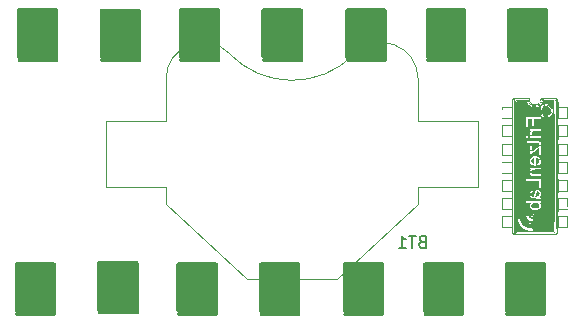
<source format=gbr>
%TF.GenerationSoftware,KiCad,Pcbnew,8.0.6*%
%TF.CreationDate,2024-11-04T13:00:15-03:00*%
%TF.ProjectId,chaveiro-fritzenlab,63686176-6569-4726-9f2d-667269747a65,rev?*%
%TF.SameCoordinates,Original*%
%TF.FileFunction,Legend,Bot*%
%TF.FilePolarity,Positive*%
%FSLAX46Y46*%
G04 Gerber Fmt 4.6, Leading zero omitted, Abs format (unit mm)*
G04 Created by KiCad (PCBNEW 8.0.6) date 2024-11-04 13:00:15*
%MOMM*%
%LPD*%
G01*
G04 APERTURE LIST*
%ADD10C,0.150000*%
%ADD11C,0.000000*%
%ADD12C,0.120000*%
G04 APERTURE END LIST*
D10*
X136385714Y-86431009D02*
X136242857Y-86478628D01*
X136242857Y-86478628D02*
X136195238Y-86526247D01*
X136195238Y-86526247D02*
X136147619Y-86621485D01*
X136147619Y-86621485D02*
X136147619Y-86764342D01*
X136147619Y-86764342D02*
X136195238Y-86859580D01*
X136195238Y-86859580D02*
X136242857Y-86907200D01*
X136242857Y-86907200D02*
X136338095Y-86954819D01*
X136338095Y-86954819D02*
X136719047Y-86954819D01*
X136719047Y-86954819D02*
X136719047Y-85954819D01*
X136719047Y-85954819D02*
X136385714Y-85954819D01*
X136385714Y-85954819D02*
X136290476Y-86002438D01*
X136290476Y-86002438D02*
X136242857Y-86050057D01*
X136242857Y-86050057D02*
X136195238Y-86145295D01*
X136195238Y-86145295D02*
X136195238Y-86240533D01*
X136195238Y-86240533D02*
X136242857Y-86335771D01*
X136242857Y-86335771D02*
X136290476Y-86383390D01*
X136290476Y-86383390D02*
X136385714Y-86431009D01*
X136385714Y-86431009D02*
X136719047Y-86431009D01*
X135861904Y-85954819D02*
X135290476Y-85954819D01*
X135576190Y-86954819D02*
X135576190Y-85954819D01*
X134433333Y-86954819D02*
X135004761Y-86954819D01*
X134719047Y-86954819D02*
X134719047Y-85954819D01*
X134719047Y-85954819D02*
X134814285Y-86097676D01*
X134814285Y-86097676D02*
X134909523Y-86192914D01*
X134909523Y-86192914D02*
X135004761Y-86240533D01*
D11*
%TO.C,G\u002A\u002A\u002A*%
G36*
X144642363Y-84897806D02*
G01*
X144631646Y-84908523D01*
X144620928Y-84897806D01*
X144631646Y-84887089D01*
X144642363Y-84897806D01*
G37*
G36*
X144685232Y-84962110D02*
G01*
X144674515Y-84972827D01*
X144663797Y-84962110D01*
X144674515Y-84951393D01*
X144685232Y-84962110D01*
G37*
G36*
X145371139Y-85283629D02*
G01*
X145360422Y-85294346D01*
X145349705Y-85283629D01*
X145360422Y-85272912D01*
X145371139Y-85283629D01*
G37*
G36*
X145542616Y-85326498D02*
G01*
X145531899Y-85337215D01*
X145521181Y-85326498D01*
X145531899Y-85315781D01*
X145542616Y-85326498D01*
G37*
G36*
X145756962Y-85326498D02*
G01*
X145746245Y-85337215D01*
X145735527Y-85326498D01*
X145746245Y-85315781D01*
X145756962Y-85326498D01*
G37*
G36*
X144589406Y-84545682D02*
G01*
X144592349Y-84558425D01*
X144589207Y-84560990D01*
X144563769Y-84558425D01*
X144560416Y-84551978D01*
X144578059Y-84544135D01*
X144589406Y-84545682D01*
G37*
G36*
X144535190Y-84587004D02*
G01*
X144533643Y-84598352D01*
X144520900Y-84601294D01*
X144518335Y-84598153D01*
X144520900Y-84572715D01*
X144527347Y-84569361D01*
X144535190Y-84587004D01*
G37*
G36*
X145468225Y-85467370D02*
G01*
X145471167Y-85480113D01*
X145468026Y-85482678D01*
X145442588Y-85480113D01*
X145439235Y-85473666D01*
X145456878Y-85465823D01*
X145468225Y-85467370D01*
G37*
G36*
X145273305Y-84293203D02*
G01*
X145262616Y-84313207D01*
X145246671Y-84319639D01*
X145244376Y-84309307D01*
X145261306Y-84281204D01*
X145264129Y-84278435D01*
X145279831Y-84268161D01*
X145273305Y-84293203D01*
G37*
G36*
X145758168Y-84078220D02*
G01*
X145809017Y-84106257D01*
X145834701Y-84144565D01*
X145837266Y-84205271D01*
X145799831Y-84265485D01*
X145759276Y-84297755D01*
X145711989Y-84304409D01*
X145654558Y-84274987D01*
X145625978Y-84246962D01*
X145608029Y-84186379D01*
X145629109Y-84114034D01*
X145647103Y-84093515D01*
X145698217Y-84074231D01*
X145758168Y-84078220D01*
G37*
G36*
X145907004Y-79605753D02*
G01*
X145906994Y-79623500D01*
X145906149Y-79724769D01*
X145903279Y-79790661D01*
X145897441Y-79827722D01*
X145887695Y-79842498D01*
X145873099Y-79841534D01*
X145856052Y-79836116D01*
X145807147Y-79828523D01*
X145799146Y-79827162D01*
X145759367Y-79805513D01*
X145712444Y-79765868D01*
X145678716Y-79727160D01*
X145655636Y-79675229D01*
X145649789Y-79602965D01*
X145654643Y-79535085D01*
X145675836Y-79483845D01*
X145722667Y-79429840D01*
X145727084Y-79425488D01*
X145793124Y-79375139D01*
X145851274Y-79356962D01*
X145907004Y-79356962D01*
X145907004Y-79605753D01*
G37*
G36*
X146247526Y-82185322D02*
G01*
X146297808Y-82219292D01*
X146332937Y-82268868D01*
X146343405Y-82299734D01*
X146352983Y-82354367D01*
X146343874Y-82408919D01*
X146314478Y-82481862D01*
X146254702Y-82566073D01*
X146167802Y-82618478D01*
X146057735Y-82636456D01*
X146032650Y-82636139D01*
X146009600Y-82630971D01*
X145998835Y-82613568D01*
X145999480Y-82576498D01*
X146010660Y-82512330D01*
X146031500Y-82413635D01*
X146045554Y-82352398D01*
X146067570Y-82280385D01*
X146092583Y-82233661D01*
X146125344Y-82201481D01*
X146157023Y-82180213D01*
X146196964Y-82170216D01*
X146247526Y-82185322D01*
G37*
G36*
X146026743Y-83151182D02*
G01*
X146148756Y-83165265D01*
X146238904Y-83201811D01*
X146302243Y-83262706D01*
X146303585Y-83264683D01*
X146326309Y-83320694D01*
X146335696Y-83387394D01*
X146329254Y-83437987D01*
X146288509Y-83514412D01*
X146213946Y-83572531D01*
X146109872Y-83609493D01*
X145980594Y-83622447D01*
X145928412Y-83620475D01*
X145810683Y-83597136D01*
X145723150Y-83549068D01*
X145668592Y-83478252D01*
X145649789Y-83386667D01*
X145653638Y-83341464D01*
X145688479Y-83259007D01*
X145758832Y-83199349D01*
X145863780Y-83163104D01*
X146002405Y-83150886D01*
X146026743Y-83151182D01*
G37*
G36*
X146936153Y-74937246D02*
G01*
X147009364Y-74945239D01*
X147065681Y-74958878D01*
X147072737Y-74961730D01*
X147162703Y-75016780D01*
X147244740Y-75097021D01*
X147302833Y-75187046D01*
X147337046Y-75308970D01*
X147335504Y-75438369D01*
X147299088Y-75561707D01*
X147229568Y-75667388D01*
X147196596Y-75697913D01*
X147098255Y-75755184D01*
X146982105Y-75790015D01*
X146863099Y-75798902D01*
X146756187Y-75778341D01*
X146692188Y-75743104D01*
X146612384Y-75675067D01*
X146543884Y-75593256D01*
X146500747Y-75512314D01*
X146481824Y-75436142D01*
X146480429Y-75308391D01*
X146514475Y-75190023D01*
X146579430Y-75087344D01*
X146670761Y-75006661D01*
X146783939Y-74954283D01*
X146914430Y-74936517D01*
X146936153Y-74937246D01*
G37*
G36*
X146953334Y-74860379D02*
G01*
X147006613Y-74864264D01*
X147131044Y-74904623D01*
X147242728Y-74974433D01*
X147334569Y-75072272D01*
X147399471Y-75196716D01*
X147406655Y-75218319D01*
X147428654Y-75358670D01*
X147410182Y-75497172D01*
X147352964Y-75627144D01*
X147258725Y-75741904D01*
X147232274Y-75765252D01*
X147107222Y-75843752D01*
X146971935Y-75881812D01*
X146831090Y-75878679D01*
X146689367Y-75833598D01*
X146565992Y-75754957D01*
X146472832Y-75649221D01*
X146415353Y-75521313D01*
X146395713Y-75374608D01*
X146396250Y-75368561D01*
X146453586Y-75368561D01*
X146455166Y-75448705D01*
X146463012Y-75514474D01*
X146480769Y-75566636D01*
X146512053Y-75620799D01*
X146547275Y-75667782D01*
X146648986Y-75756296D01*
X146771294Y-75813749D01*
X146904734Y-75836552D01*
X147039846Y-75821113D01*
X147120487Y-75787320D01*
X147218068Y-75716426D01*
X147299626Y-75625185D01*
X147352258Y-75525796D01*
X147379967Y-75388805D01*
X147368820Y-75254413D01*
X147319380Y-75132804D01*
X147233868Y-75029363D01*
X147114505Y-74949475D01*
X147089938Y-74937729D01*
X147019015Y-74910265D01*
X146953334Y-74900622D01*
X146869337Y-74904475D01*
X146857051Y-74905712D01*
X146719943Y-74939760D01*
X146605921Y-75009702D01*
X146512715Y-75116888D01*
X146483511Y-75165650D01*
X146464459Y-75216356D01*
X146455698Y-75278827D01*
X146453586Y-75368561D01*
X146396250Y-75368561D01*
X146406481Y-75253411D01*
X146448479Y-75133365D01*
X146526868Y-75021712D01*
X146627786Y-74934124D01*
X146747888Y-74877591D01*
X146876529Y-74854779D01*
X146953334Y-74860379D01*
G37*
G36*
X147086421Y-74410930D02*
G01*
X147192992Y-74411903D01*
X147350691Y-74413712D01*
X147473266Y-74415928D01*
X147565664Y-74418898D01*
X147632832Y-74422965D01*
X147679718Y-74428475D01*
X147711269Y-74435774D01*
X147732432Y-74445207D01*
X147748155Y-74457120D01*
X147793249Y-74497952D01*
X147793249Y-80085739D01*
X147793249Y-80204853D01*
X147793239Y-80774999D01*
X147793208Y-81304126D01*
X147793144Y-81793775D01*
X147793035Y-82245488D01*
X147792872Y-82660805D01*
X147792642Y-83041270D01*
X147792336Y-83388422D01*
X147791941Y-83703805D01*
X147791447Y-83988958D01*
X147790843Y-84245425D01*
X147790118Y-84474745D01*
X147789260Y-84678461D01*
X147788260Y-84858115D01*
X147787105Y-85015247D01*
X147785784Y-85151400D01*
X147784288Y-85268114D01*
X147782604Y-85366931D01*
X147780722Y-85449393D01*
X147778630Y-85517042D01*
X147776318Y-85571418D01*
X147773775Y-85614063D01*
X147770989Y-85646520D01*
X147767950Y-85670328D01*
X147764646Y-85687030D01*
X147761067Y-85698168D01*
X147757201Y-85705282D01*
X147753038Y-85709915D01*
X147747553Y-85714406D01*
X147695203Y-85740709D01*
X147629789Y-85757218D01*
X147546751Y-85768131D01*
X147614726Y-85736612D01*
X147617322Y-85735384D01*
X147670665Y-85700720D01*
X147705823Y-85661888D01*
X147708198Y-85645338D01*
X147710695Y-85597821D01*
X147713017Y-85518997D01*
X147715168Y-85408143D01*
X147717150Y-85264535D01*
X147718967Y-85087452D01*
X147720621Y-84876171D01*
X147722116Y-84629969D01*
X147723454Y-84348123D01*
X147724638Y-84029912D01*
X147725672Y-83674613D01*
X147726559Y-83281502D01*
X147727300Y-82849858D01*
X147727900Y-82378957D01*
X147728362Y-81868078D01*
X147728688Y-81316498D01*
X147728881Y-80723494D01*
X147728945Y-80088343D01*
X147728945Y-74558003D01*
X147677246Y-74497862D01*
X147625547Y-74437722D01*
X147067022Y-74431352D01*
X146508497Y-74424982D01*
X146495193Y-74484938D01*
X146491891Y-74499509D01*
X146453919Y-74627697D01*
X146403322Y-74725013D01*
X146332882Y-74802153D01*
X146235377Y-74869811D01*
X146229388Y-74873227D01*
X146125587Y-74913610D01*
X146001448Y-74936239D01*
X145875270Y-74939145D01*
X145765353Y-74920360D01*
X145658470Y-74876127D01*
X145539868Y-74791712D01*
X145454113Y-74681290D01*
X145403228Y-74546947D01*
X145378641Y-74437722D01*
X144898075Y-74431939D01*
X144762759Y-74430846D01*
X144602771Y-74431612D01*
X144482928Y-74435196D01*
X144401673Y-74441651D01*
X144357448Y-74451034D01*
X144345083Y-74455070D01*
X144333268Y-74457571D01*
X144322325Y-74459925D01*
X144312223Y-74463668D01*
X144302928Y-74470337D01*
X144294406Y-74481467D01*
X144286624Y-74498595D01*
X144279549Y-74523258D01*
X144273147Y-74556991D01*
X144267385Y-74601331D01*
X144262229Y-74657814D01*
X144257646Y-74727977D01*
X144253603Y-74813355D01*
X144250067Y-74915486D01*
X144247003Y-75035905D01*
X144244379Y-75176148D01*
X144242162Y-75337753D01*
X144240317Y-75522255D01*
X144238811Y-75731190D01*
X144237612Y-75966095D01*
X144236685Y-76228507D01*
X144235997Y-76519960D01*
X144235516Y-76841993D01*
X144235207Y-77196141D01*
X144235037Y-77583940D01*
X144234972Y-78006926D01*
X144234981Y-78466637D01*
X144235028Y-78964608D01*
X144235080Y-79502375D01*
X144235105Y-80081476D01*
X144235155Y-80668645D01*
X144235315Y-81246361D01*
X144235592Y-81783180D01*
X144235989Y-82280116D01*
X144236511Y-82738180D01*
X144237162Y-83158385D01*
X144237948Y-83541741D01*
X144238871Y-83889263D01*
X144239937Y-84201961D01*
X144241150Y-84480849D01*
X144242515Y-84726937D01*
X144244036Y-84941239D01*
X144245717Y-85124767D01*
X144247563Y-85278532D01*
X144249578Y-85403547D01*
X144251767Y-85500823D01*
X144254134Y-85571374D01*
X144256683Y-85616211D01*
X144259420Y-85636347D01*
X144285417Y-85684649D01*
X144350517Y-85735162D01*
X144417300Y-85764229D01*
X144359363Y-85765068D01*
X144297011Y-85758120D01*
X144221403Y-85723642D01*
X144173165Y-85666079D01*
X144171496Y-85657414D01*
X144168920Y-85621752D01*
X144166523Y-85558610D01*
X144164301Y-85467083D01*
X144162250Y-85346265D01*
X144160367Y-85195251D01*
X144158647Y-85013136D01*
X144157088Y-84799014D01*
X144155683Y-84551981D01*
X144154431Y-84271131D01*
X144153327Y-83955559D01*
X144152368Y-83604360D01*
X144151549Y-83216628D01*
X144150866Y-82791459D01*
X144150316Y-82327947D01*
X144149895Y-81825186D01*
X144149599Y-81282273D01*
X144149424Y-80698300D01*
X144149367Y-80072364D01*
X144149367Y-74530880D01*
X144211317Y-74468930D01*
X144273268Y-74406979D01*
X144842105Y-74407048D01*
X145410942Y-74407116D01*
X145425774Y-74476005D01*
X145427153Y-74482234D01*
X145479500Y-74619884D01*
X145571809Y-74744994D01*
X145657804Y-74818594D01*
X145781283Y-74880069D01*
X145913405Y-74905932D01*
X146046764Y-74896895D01*
X146173953Y-74853667D01*
X146287565Y-74776959D01*
X146380196Y-74667480D01*
X146402335Y-74629061D01*
X146437431Y-74551962D01*
X146456884Y-74486232D01*
X146469782Y-74405572D01*
X147086421Y-74410930D01*
G37*
G36*
X147093424Y-74469876D02*
G01*
X147253064Y-74470110D01*
X147375987Y-74471009D01*
X147467562Y-74472973D01*
X147533161Y-74476400D01*
X147578155Y-74481692D01*
X147607913Y-74489246D01*
X147627807Y-74499464D01*
X147643207Y-74512743D01*
X147646364Y-74516044D01*
X147650594Y-74521716D01*
X147654511Y-74529920D01*
X147658130Y-74542205D01*
X147661460Y-74560125D01*
X147664515Y-74585230D01*
X147667307Y-74619072D01*
X147669846Y-74663203D01*
X147672145Y-74719173D01*
X147674216Y-74788534D01*
X147676071Y-74872838D01*
X147677722Y-74973637D01*
X147679180Y-75092481D01*
X147680458Y-75230922D01*
X147681568Y-75390512D01*
X147682520Y-75572801D01*
X147683329Y-75779343D01*
X147684004Y-76011687D01*
X147684558Y-76271386D01*
X147685004Y-76559991D01*
X147685353Y-76879053D01*
X147685616Y-77230124D01*
X147685806Y-77614756D01*
X147685935Y-78034499D01*
X147686015Y-78490906D01*
X147686057Y-78985528D01*
X147686073Y-79519915D01*
X147686076Y-80095621D01*
X147686076Y-85635630D01*
X147639165Y-85679334D01*
X147631796Y-85685835D01*
X147620771Y-85693163D01*
X147605215Y-85699460D01*
X147582177Y-85704803D01*
X147548709Y-85709272D01*
X147501863Y-85712944D01*
X147438687Y-85715897D01*
X147356235Y-85718209D01*
X147251557Y-85719960D01*
X147121703Y-85721226D01*
X146963725Y-85722087D01*
X146774674Y-85722621D01*
X146551601Y-85722905D01*
X146291556Y-85723018D01*
X145991592Y-85723038D01*
X145738023Y-85723027D01*
X145471639Y-85722939D01*
X145242678Y-85722694D01*
X145048173Y-85722213D01*
X144885160Y-85721417D01*
X144750671Y-85720226D01*
X144641741Y-85718561D01*
X144555403Y-85716342D01*
X144488690Y-85713488D01*
X144438638Y-85709922D01*
X144402279Y-85705564D01*
X144376647Y-85700333D01*
X144358776Y-85694151D01*
X144345699Y-85686937D01*
X144334452Y-85678613D01*
X144277975Y-85634188D01*
X144277975Y-80098637D01*
X144277975Y-80096456D01*
X144320844Y-80096456D01*
X144320860Y-80654845D01*
X144320916Y-81192945D01*
X144321021Y-81691168D01*
X144321185Y-82151038D01*
X144321416Y-82574079D01*
X144321725Y-82961813D01*
X144322120Y-83315763D01*
X144322611Y-83637454D01*
X144323206Y-83928409D01*
X144323915Y-84190150D01*
X144324748Y-84424201D01*
X144325713Y-84632085D01*
X144326820Y-84815325D01*
X144328078Y-84975446D01*
X144329496Y-85113969D01*
X144331084Y-85232418D01*
X144332851Y-85332318D01*
X144334805Y-85415189D01*
X144336957Y-85482557D01*
X144339315Y-85535945D01*
X144341889Y-85576875D01*
X144344688Y-85606871D01*
X144347721Y-85627456D01*
X144350998Y-85640153D01*
X144354527Y-85646486D01*
X144355667Y-85647550D01*
X144366585Y-85653809D01*
X144385902Y-85659224D01*
X144416490Y-85663855D01*
X144461222Y-85667761D01*
X144522971Y-85671002D01*
X144604608Y-85673638D01*
X144709007Y-85675729D01*
X144839039Y-85677335D01*
X144997578Y-85678514D01*
X145187496Y-85679328D01*
X145411665Y-85679835D01*
X145672958Y-85680095D01*
X145974248Y-85680169D01*
X146165515Y-85680082D01*
X146492443Y-85679447D01*
X146777557Y-85678201D01*
X147020707Y-85676344D01*
X147221744Y-85673879D01*
X147380516Y-85670808D01*
X147496875Y-85667134D01*
X147570668Y-85662857D01*
X147601747Y-85657980D01*
X147603532Y-85656952D01*
X147607715Y-85653406D01*
X147611594Y-85647183D01*
X147615180Y-85636737D01*
X147618483Y-85620522D01*
X147621517Y-85596993D01*
X147624291Y-85564604D01*
X147626819Y-85521809D01*
X147629110Y-85467062D01*
X147631178Y-85398816D01*
X147633033Y-85315528D01*
X147634686Y-85215649D01*
X147636151Y-85097635D01*
X147637437Y-84959940D01*
X147638556Y-84801017D01*
X147639521Y-84619322D01*
X147640342Y-84413308D01*
X147641032Y-84181429D01*
X147641601Y-83922139D01*
X147642061Y-83633893D01*
X147642423Y-83315145D01*
X147642700Y-82964348D01*
X147642903Y-82579957D01*
X147643043Y-82160427D01*
X147643132Y-81704211D01*
X147643181Y-81209763D01*
X147643202Y-80675537D01*
X147643207Y-80099989D01*
X147643195Y-79772696D01*
X147643105Y-79191406D01*
X147642924Y-78651107D01*
X147642645Y-78150573D01*
X147642263Y-77688579D01*
X147641772Y-77263900D01*
X147641167Y-76875312D01*
X147640441Y-76521588D01*
X147639589Y-76201504D01*
X147638606Y-75913835D01*
X147637486Y-75657355D01*
X147636222Y-75430840D01*
X147634810Y-75233065D01*
X147633244Y-75062803D01*
X147631518Y-74918831D01*
X147629626Y-74799923D01*
X147627563Y-74704854D01*
X147625323Y-74632398D01*
X147622901Y-74581332D01*
X147620290Y-74550429D01*
X147617485Y-74538464D01*
X147608340Y-74533388D01*
X147570011Y-74525555D01*
X147501342Y-74519724D01*
X147399206Y-74515746D01*
X147260477Y-74513468D01*
X147082029Y-74512743D01*
X146572294Y-74512743D01*
X146558126Y-74571688D01*
X146547718Y-74609171D01*
X146484596Y-74742849D01*
X146389940Y-74853839D01*
X146269403Y-74938869D01*
X146128639Y-74994665D01*
X145973301Y-75017951D01*
X145809045Y-75005455D01*
X145673917Y-74964360D01*
X145550265Y-74896223D01*
X145447931Y-74807767D01*
X145374090Y-74705219D01*
X145335913Y-74594803D01*
X145322791Y-74512743D01*
X144855500Y-74512743D01*
X144742378Y-74512928D01*
X144611822Y-74514023D01*
X144514901Y-74516424D01*
X144446161Y-74520499D01*
X144400153Y-74526613D01*
X144371426Y-74535133D01*
X144354527Y-74546426D01*
X144351117Y-74552437D01*
X144347832Y-74564885D01*
X144344791Y-74585166D01*
X144341984Y-74614805D01*
X144339402Y-74655324D01*
X144337036Y-74708248D01*
X144334877Y-74775098D01*
X144332916Y-74857398D01*
X144331143Y-74956672D01*
X144329549Y-75074443D01*
X144328125Y-75212235D01*
X144326862Y-75371569D01*
X144325750Y-75553970D01*
X144324780Y-75760961D01*
X144323943Y-75994066D01*
X144323229Y-76254807D01*
X144322630Y-76544707D01*
X144322136Y-76865291D01*
X144321738Y-77218081D01*
X144321426Y-77604600D01*
X144321192Y-78026373D01*
X144321026Y-78484921D01*
X144320919Y-78981769D01*
X144320861Y-79518440D01*
X144320844Y-80096456D01*
X144277975Y-80096456D01*
X144277975Y-74563085D01*
X144328022Y-74516068D01*
X144329621Y-74514570D01*
X144347012Y-74499865D01*
X144367264Y-74488813D01*
X144396092Y-74480979D01*
X144439211Y-74475926D01*
X144502336Y-74473220D01*
X144591182Y-74472425D01*
X144711463Y-74473103D01*
X144855500Y-74474675D01*
X144868894Y-74474821D01*
X145359718Y-74480591D01*
X145372314Y-74555612D01*
X145406989Y-74668294D01*
X145477060Y-74776637D01*
X145573703Y-74863407D01*
X145690416Y-74926780D01*
X145820696Y-74964934D01*
X145958039Y-74976047D01*
X146095942Y-74958294D01*
X146227901Y-74909854D01*
X146347413Y-74828904D01*
X146366813Y-74811462D01*
X146443200Y-74729703D01*
X146490776Y-74647231D01*
X146518438Y-74549513D01*
X146533379Y-74469874D01*
X147066858Y-74469874D01*
X147093424Y-74469876D01*
G37*
G36*
X145514229Y-74318796D02*
G01*
X145517024Y-74326387D01*
X145527305Y-74371414D01*
X145514384Y-74389973D01*
X145505090Y-74402379D01*
X145506639Y-74444940D01*
X145523747Y-74506530D01*
X145553083Y-74576193D01*
X145591317Y-74642974D01*
X145600081Y-74655198D01*
X145677786Y-74730233D01*
X145779261Y-74789826D01*
X145888100Y-74823972D01*
X145901169Y-74825914D01*
X146019749Y-74821011D01*
X146134181Y-74779741D01*
X146236285Y-74707700D01*
X146317883Y-74610485D01*
X146370797Y-74493692D01*
X146386095Y-74443858D01*
X146412458Y-74368637D01*
X146435385Y-74314473D01*
X146465405Y-74255528D01*
X147088898Y-74255528D01*
X147265961Y-74255641D01*
X147409354Y-74256219D01*
X147520234Y-74257606D01*
X147603832Y-74260150D01*
X147665380Y-74264197D01*
X147710108Y-74270093D01*
X147743248Y-74278185D01*
X147770031Y-74288819D01*
X147795687Y-74302343D01*
X147831053Y-74324403D01*
X147885604Y-74373830D01*
X147923836Y-74437929D01*
X147948160Y-74523619D01*
X147960986Y-74637817D01*
X147964726Y-74787443D01*
X147964726Y-75048608D01*
X148307679Y-75048608D01*
X148353228Y-75048608D01*
X148741730Y-75048608D01*
X148728333Y-75115591D01*
X148727949Y-75117684D01*
X148723834Y-75162949D01*
X148720262Y-75242529D01*
X148717446Y-75348567D01*
X148715600Y-75473205D01*
X148714937Y-75608587D01*
X148714937Y-76034599D01*
X148329114Y-76034599D01*
X147943291Y-76034599D01*
X147943291Y-76313249D01*
X147943291Y-76591899D01*
X148318397Y-76591899D01*
X148350549Y-76591899D01*
X148757806Y-76591899D01*
X148757806Y-77095612D01*
X148757806Y-77599325D01*
X148363190Y-77599325D01*
X147968574Y-77599325D01*
X147954142Y-77776161D01*
X147953093Y-77789500D01*
X147947456Y-77887431D01*
X147945213Y-77979392D01*
X147946859Y-78047046D01*
X147954008Y-78141097D01*
X148329114Y-78141072D01*
X148355907Y-78141070D01*
X148757806Y-78141042D01*
X148757806Y-78652547D01*
X148757806Y-79164051D01*
X148361266Y-79164051D01*
X147964726Y-79164051D01*
X147964726Y-79410549D01*
X147964726Y-79657047D01*
X148307679Y-79657047D01*
X148350549Y-79657047D01*
X148736371Y-79657047D01*
X148736371Y-80171477D01*
X148736371Y-80685907D01*
X148339831Y-80685907D01*
X147943291Y-80685907D01*
X147943291Y-80843675D01*
X147944977Y-80931742D01*
X147949898Y-81026937D01*
X147956922Y-81100890D01*
X147970553Y-81200338D01*
X148329114Y-81200338D01*
X148364179Y-81200338D01*
X148757806Y-81200338D01*
X148757806Y-81714295D01*
X148757806Y-82228253D01*
X148355907Y-82234084D01*
X147954008Y-82239916D01*
X147947970Y-82491772D01*
X147941931Y-82743629D01*
X148327328Y-82743629D01*
X148349868Y-82743629D01*
X148757806Y-82743629D01*
X148757806Y-83247342D01*
X148757806Y-83751055D01*
X148364179Y-83751055D01*
X147970553Y-83751055D01*
X147956922Y-83850502D01*
X147956651Y-83852515D01*
X147949910Y-83925823D01*
X147945116Y-84021160D01*
X147943291Y-84118435D01*
X147943291Y-84286920D01*
X148329114Y-84286920D01*
X148350549Y-84286920D01*
X148757806Y-84286920D01*
X148757806Y-84779916D01*
X148757806Y-85272912D01*
X148339831Y-85272912D01*
X147921857Y-85272912D01*
X147921175Y-85514051D01*
X147920150Y-85612810D01*
X147915253Y-85699208D01*
X147903304Y-85759192D01*
X147881076Y-85801724D01*
X147845341Y-85835768D01*
X147792870Y-85870287D01*
X147785164Y-85874929D01*
X147770922Y-85882550D01*
X147753973Y-85889159D01*
X147731449Y-85894829D01*
X147700480Y-85899631D01*
X147658197Y-85903638D01*
X147601733Y-85906922D01*
X147528218Y-85909554D01*
X147434783Y-85911608D01*
X147318561Y-85913155D01*
X147176681Y-85914267D01*
X147006276Y-85915017D01*
X146804477Y-85915477D01*
X146568414Y-85915719D01*
X146295220Y-85915814D01*
X145982025Y-85915836D01*
X145687523Y-85915888D01*
X145401434Y-85915915D01*
X145152878Y-85915704D01*
X144939059Y-85915041D01*
X144757181Y-85913712D01*
X144604446Y-85911504D01*
X144478058Y-85908204D01*
X144375220Y-85903597D01*
X144293136Y-85897470D01*
X144229008Y-85889609D01*
X144180041Y-85879802D01*
X144143437Y-85867833D01*
X144116399Y-85853489D01*
X144096131Y-85836557D01*
X144079837Y-85816824D01*
X144064718Y-85794075D01*
X144047980Y-85768096D01*
X144024749Y-85727659D01*
X144008930Y-85678750D01*
X144001302Y-85613217D01*
X143999325Y-85517993D01*
X143999208Y-85493945D01*
X143996943Y-85409847D01*
X143992384Y-85343243D01*
X143986314Y-85306817D01*
X143984391Y-85302825D01*
X143971540Y-85291700D01*
X143944437Y-85283666D01*
X143897359Y-85278246D01*
X143824585Y-85274965D01*
X143720392Y-85273346D01*
X143579057Y-85272912D01*
X143184810Y-85272912D01*
X143184810Y-84791106D01*
X143184810Y-84372658D01*
X143249114Y-84372658D01*
X143249114Y-84801350D01*
X143249114Y-85230042D01*
X143624219Y-85230042D01*
X143999325Y-85230042D01*
X143999325Y-84801350D01*
X143999325Y-84372658D01*
X143624219Y-84372658D01*
X143249114Y-84372658D01*
X143184810Y-84372658D01*
X143184810Y-84309301D01*
X143586709Y-84303469D01*
X143624219Y-84302925D01*
X143988608Y-84297637D01*
X143994626Y-84035063D01*
X144000644Y-83772490D01*
X143592727Y-83772490D01*
X143184810Y-83772490D01*
X143184810Y-83258059D01*
X143184810Y-82829367D01*
X143249114Y-82829367D01*
X143249114Y-83258059D01*
X143249114Y-83686751D01*
X143624219Y-83686751D01*
X143999325Y-83686751D01*
X143999325Y-83258059D01*
X143999325Y-82829367D01*
X143624219Y-82829367D01*
X143249114Y-82829367D01*
X143184810Y-82829367D01*
X143184810Y-82743629D01*
X143592067Y-82743629D01*
X143624219Y-82743629D01*
X143999325Y-82743629D01*
X143999325Y-82486414D01*
X143999325Y-82229199D01*
X143581350Y-82229199D01*
X143163376Y-82229199D01*
X143163376Y-81714768D01*
X143163376Y-81286076D01*
X143249114Y-81286076D01*
X143249114Y-81714768D01*
X143249114Y-82143460D01*
X143624219Y-82143460D01*
X143999325Y-82143460D01*
X143999325Y-81714768D01*
X143999325Y-81286076D01*
X143624219Y-81286076D01*
X143249114Y-81286076D01*
X143163376Y-81286076D01*
X143163376Y-81200338D01*
X143581350Y-81200338D01*
X143624219Y-81200338D01*
X143999325Y-81200338D01*
X143999325Y-80943123D01*
X143999325Y-80685907D01*
X143581350Y-80685907D01*
X143163376Y-80685907D01*
X143163376Y-80171477D01*
X143163376Y-79742785D01*
X143206245Y-79742785D01*
X143206245Y-80171477D01*
X143206245Y-80600169D01*
X143602785Y-80600169D01*
X143999325Y-80600169D01*
X143999325Y-80264434D01*
X144105739Y-80264434D01*
X144105852Y-80688266D01*
X144106087Y-81108962D01*
X144106446Y-81524314D01*
X144106928Y-81932116D01*
X144107532Y-82330160D01*
X144108259Y-82716238D01*
X144109109Y-83088143D01*
X144110081Y-83443668D01*
X144111177Y-83780605D01*
X144112395Y-84096747D01*
X144113736Y-84389887D01*
X144115200Y-84657816D01*
X144116787Y-84898329D01*
X144118496Y-85109216D01*
X144120328Y-85288272D01*
X144122283Y-85433288D01*
X144124361Y-85542058D01*
X144126562Y-85612373D01*
X144128885Y-85642026D01*
X144135012Y-85666769D01*
X144140642Y-85689383D01*
X144148200Y-85708990D01*
X144160416Y-85725802D01*
X144180018Y-85740035D01*
X144209735Y-85751900D01*
X144252298Y-85761613D01*
X144310436Y-85769386D01*
X144386878Y-85775434D01*
X144484353Y-85779970D01*
X144605592Y-85783208D01*
X144753322Y-85785362D01*
X144930275Y-85786644D01*
X145139178Y-85787270D01*
X145382762Y-85787453D01*
X145663756Y-85787405D01*
X145984889Y-85787342D01*
X147725134Y-85787342D01*
X147780626Y-85721394D01*
X147836118Y-85655445D01*
X147836118Y-84372658D01*
X147964726Y-84372658D01*
X147964726Y-84801350D01*
X147964726Y-85230042D01*
X148329114Y-85230042D01*
X148693502Y-85230042D01*
X148693502Y-84801350D01*
X148693502Y-84372658D01*
X148329114Y-84372658D01*
X147964726Y-84372658D01*
X147836118Y-84372658D01*
X147836118Y-82829367D01*
X147964726Y-82829367D01*
X147964726Y-83258059D01*
X147964726Y-83686751D01*
X148339831Y-83686751D01*
X148714937Y-83686751D01*
X148713244Y-83284853D01*
X148712165Y-83157415D01*
X148710163Y-83043099D01*
X148707450Y-82949966D01*
X148704240Y-82885243D01*
X148700741Y-82856161D01*
X148685918Y-82846103D01*
X148645360Y-82838315D01*
X148574964Y-82833137D01*
X148470398Y-82830258D01*
X148327328Y-82829367D01*
X147964726Y-82829367D01*
X147836118Y-82829367D01*
X147836118Y-81286076D01*
X147964726Y-81286076D01*
X147964726Y-81714768D01*
X147964726Y-82143460D01*
X148329114Y-82143460D01*
X148693502Y-82143460D01*
X148693502Y-81714768D01*
X148693502Y-81286076D01*
X148329114Y-81286076D01*
X147964726Y-81286076D01*
X147836118Y-81286076D01*
X147836118Y-80085739D01*
X147836118Y-79742785D01*
X147964726Y-79742785D01*
X147964726Y-80182194D01*
X147964726Y-80621604D01*
X148307679Y-80621604D01*
X148650633Y-80621604D01*
X148650633Y-80182194D01*
X148650633Y-79742785D01*
X148307679Y-79742785D01*
X147964726Y-79742785D01*
X147836118Y-79742785D01*
X147836118Y-78220928D01*
X147964726Y-78220928D01*
X147964726Y-78649620D01*
X147964726Y-79078312D01*
X148329114Y-79078312D01*
X148693502Y-79078312D01*
X148693502Y-78649620D01*
X148693502Y-78220928D01*
X148329114Y-78220928D01*
X147964726Y-78220928D01*
X147836118Y-78220928D01*
X147836118Y-76677637D01*
X147964726Y-76677637D01*
X147964726Y-77106329D01*
X147964726Y-77535021D01*
X148318397Y-77535021D01*
X148672067Y-77535021D01*
X148672067Y-77106329D01*
X148672067Y-76677637D01*
X148318397Y-76677637D01*
X147964726Y-76677637D01*
X147836118Y-76677637D01*
X147836118Y-75091477D01*
X147964726Y-75091477D01*
X147964726Y-75530886D01*
X147964726Y-75970296D01*
X148307679Y-75970296D01*
X148650633Y-75970296D01*
X148650633Y-75530886D01*
X148650633Y-75091477D01*
X148307679Y-75091477D01*
X147964726Y-75091477D01*
X147836118Y-75091477D01*
X147836118Y-74516032D01*
X147780626Y-74450084D01*
X147725134Y-74384135D01*
X147084002Y-74384135D01*
X146905506Y-74384249D01*
X146760292Y-74384784D01*
X146649053Y-74386017D01*
X146567285Y-74388224D01*
X146510484Y-74391683D01*
X146474146Y-74396671D01*
X146453767Y-74403465D01*
X146444843Y-74412343D01*
X146442869Y-74423581D01*
X146442358Y-74432357D01*
X146424736Y-74493831D01*
X146387592Y-74571822D01*
X146338560Y-74653388D01*
X146285270Y-74725586D01*
X146235355Y-74775474D01*
X146142043Y-74830802D01*
X146013169Y-74867897D01*
X145881801Y-74867490D01*
X145755446Y-74830900D01*
X145641610Y-74759450D01*
X145547798Y-74654459D01*
X145521171Y-74610265D01*
X145484611Y-74532792D01*
X145464679Y-74467187D01*
X145451399Y-74384135D01*
X144848021Y-74384135D01*
X144715904Y-74384199D01*
X144554016Y-74384967D01*
X144427172Y-74387379D01*
X144330711Y-74392378D01*
X144259970Y-74400906D01*
X144210286Y-74413905D01*
X144176998Y-74432317D01*
X144155444Y-74457084D01*
X144140960Y-74489148D01*
X144128885Y-74529451D01*
X144126922Y-74551628D01*
X144124702Y-74615639D01*
X144122605Y-74718454D01*
X144120630Y-74857866D01*
X144118778Y-75031668D01*
X144117050Y-75237652D01*
X144115443Y-75473611D01*
X144113960Y-75737338D01*
X144112600Y-76026624D01*
X144111362Y-76339264D01*
X144110247Y-76673049D01*
X144109255Y-77025772D01*
X144108386Y-77395225D01*
X144107639Y-77779202D01*
X144107015Y-78175494D01*
X144106514Y-78581895D01*
X144106136Y-78996197D01*
X144105881Y-79416192D01*
X144105748Y-79839674D01*
X144105739Y-80264434D01*
X143999325Y-80264434D01*
X143999325Y-80171477D01*
X143999325Y-79742785D01*
X143602785Y-79742785D01*
X143206245Y-79742785D01*
X143163376Y-79742785D01*
X143163376Y-79657047D01*
X143581350Y-79657047D01*
X143602785Y-79657047D01*
X143999325Y-79657047D01*
X143999325Y-79410549D01*
X143999325Y-79164051D01*
X143581350Y-79164051D01*
X143163376Y-79164051D01*
X143163376Y-78652089D01*
X143163376Y-78220928D01*
X143249114Y-78220928D01*
X143249114Y-78649620D01*
X143249114Y-79078312D01*
X143624219Y-79078312D01*
X143999325Y-79078312D01*
X143999325Y-78649620D01*
X143999325Y-78220928D01*
X143624219Y-78220928D01*
X143249114Y-78220928D01*
X143163376Y-78220928D01*
X143163376Y-78140128D01*
X143575992Y-78140235D01*
X143624219Y-78140247D01*
X143988608Y-78140341D01*
X143988608Y-77875192D01*
X143988608Y-77610042D01*
X143575992Y-77604221D01*
X143163376Y-77598399D01*
X143163376Y-77095149D01*
X143163376Y-76677637D01*
X143227679Y-76677637D01*
X143227679Y-77106329D01*
X143227679Y-77535021D01*
X143613502Y-77535021D01*
X143999325Y-77535021D01*
X143999325Y-77106329D01*
X143999325Y-76677637D01*
X143613502Y-76677637D01*
X143227679Y-76677637D01*
X143163376Y-76677637D01*
X143163376Y-76591899D01*
X143581350Y-76591899D01*
X143613502Y-76591899D01*
X143999325Y-76591899D01*
X143999325Y-76313249D01*
X143999325Y-76034599D01*
X143581350Y-76034599D01*
X143163376Y-76034599D01*
X143163376Y-75970296D01*
X143205357Y-75970296D01*
X143602341Y-75970296D01*
X143999325Y-75970296D01*
X143999325Y-75540931D01*
X143999053Y-75434680D01*
X143997470Y-75306056D01*
X143994229Y-75212854D01*
X143989048Y-75150594D01*
X143981647Y-75114797D01*
X143971745Y-75100983D01*
X143953214Y-75098520D01*
X143896525Y-75096148D01*
X143810396Y-75094925D01*
X143702513Y-75094944D01*
X143580563Y-75096297D01*
X143216962Y-75102194D01*
X143211160Y-75536245D01*
X143205357Y-75970296D01*
X143163376Y-75970296D01*
X143163376Y-75541604D01*
X143163376Y-75048608D01*
X143592067Y-75048608D01*
X143810396Y-75048608D01*
X144020759Y-75048608D01*
X144020759Y-74740697D01*
X144021042Y-74647212D01*
X144022804Y-74550072D01*
X144026981Y-74482425D01*
X144034476Y-74436531D01*
X144046196Y-74404645D01*
X144063046Y-74379028D01*
X144074089Y-74365284D01*
X144102693Y-74334232D01*
X144134815Y-74309648D01*
X144175373Y-74290780D01*
X144229286Y-74276877D01*
X144301472Y-74267187D01*
X144396851Y-74260959D01*
X144520340Y-74257440D01*
X144676858Y-74255881D01*
X144848021Y-74255570D01*
X144871325Y-74255528D01*
X145490348Y-74255528D01*
X145514229Y-74318796D01*
G37*
G36*
X145315844Y-74648215D02*
G01*
X145374759Y-74764425D01*
X145476294Y-74879945D01*
X145611131Y-74974914D01*
X145661886Y-75001543D01*
X145711647Y-75021123D01*
X145765928Y-75032070D01*
X145821266Y-75035755D01*
X145837505Y-75036836D01*
X145939156Y-75037874D01*
X146013562Y-75037354D01*
X146094796Y-75033671D01*
X146154588Y-75024493D01*
X146205646Y-75007557D01*
X146260675Y-74980597D01*
X146273734Y-74973472D01*
X146403641Y-74883391D01*
X146503017Y-74776889D01*
X146565770Y-74660360D01*
X146602974Y-74555612D01*
X146865316Y-74555612D01*
X147099869Y-74555612D01*
X147265495Y-74556164D01*
X147395943Y-74558001D01*
X147491402Y-74561335D01*
X147555845Y-74566373D01*
X147593246Y-74573327D01*
X147607576Y-74582405D01*
X147608134Y-74590992D01*
X147609086Y-74638626D01*
X147610025Y-74726273D01*
X147610948Y-74852129D01*
X147611851Y-75014388D01*
X147612730Y-75211245D01*
X147613580Y-75440896D01*
X147614398Y-75701534D01*
X147615179Y-75991356D01*
X147615920Y-76308556D01*
X147616616Y-76651328D01*
X147617263Y-77017869D01*
X147617857Y-77406372D01*
X147618394Y-77815033D01*
X147618870Y-78242047D01*
X147619280Y-78685609D01*
X147619622Y-79143913D01*
X147619890Y-79615154D01*
X147620080Y-80097528D01*
X147620157Y-80376981D01*
X147620254Y-80958704D01*
X147620245Y-81499352D01*
X147620127Y-82000158D01*
X147619892Y-82462352D01*
X147619537Y-82887167D01*
X147619056Y-83275835D01*
X147618443Y-83629587D01*
X147617693Y-83949655D01*
X147616801Y-84237272D01*
X147615760Y-84493669D01*
X147614567Y-84720079D01*
X147613215Y-84917733D01*
X147611700Y-85087862D01*
X147610015Y-85231700D01*
X147608155Y-85350477D01*
X147606116Y-85445426D01*
X147603891Y-85517779D01*
X147601475Y-85568767D01*
X147598864Y-85599623D01*
X147596051Y-85611578D01*
X147586886Y-85615360D01*
X147556081Y-85620001D01*
X147502217Y-85624005D01*
X147423094Y-85627406D01*
X147316509Y-85630241D01*
X147180262Y-85632543D01*
X147012153Y-85634349D01*
X146809980Y-85635692D01*
X146571541Y-85636609D01*
X146294637Y-85637133D01*
X145977066Y-85637300D01*
X145685391Y-85637256D01*
X145424310Y-85637076D01*
X145200426Y-85636694D01*
X145010861Y-85636041D01*
X144852736Y-85635053D01*
X144723173Y-85633661D01*
X144619293Y-85631799D01*
X144538219Y-85629400D01*
X144477071Y-85626397D01*
X144432971Y-85622724D01*
X144403041Y-85618314D01*
X144384403Y-85613100D01*
X144374177Y-85607015D01*
X144369486Y-85599992D01*
X144369344Y-85599502D01*
X144367504Y-85570430D01*
X144365792Y-85501000D01*
X144364205Y-85393401D01*
X144362742Y-85249824D01*
X144361402Y-85072459D01*
X144360182Y-84863495D01*
X144359082Y-84625124D01*
X144358908Y-84578065D01*
X144492321Y-84578065D01*
X144494319Y-84596978D01*
X144506588Y-84644548D01*
X144525103Y-84695333D01*
X144544099Y-84734454D01*
X144557808Y-84747032D01*
X144565392Y-84751394D01*
X144561966Y-84783238D01*
X144558442Y-84813206D01*
X144574437Y-84814306D01*
X144586564Y-84809776D01*
X144588498Y-84827030D01*
X144588263Y-84842407D01*
X144603530Y-84884191D01*
X144631935Y-84934861D01*
X144665593Y-84982516D01*
X144696619Y-85015254D01*
X144717128Y-85021175D01*
X144724074Y-85016954D01*
X144718502Y-85033478D01*
X144717312Y-85042566D01*
X144734589Y-85078561D01*
X144772747Y-85127044D01*
X144822402Y-85178707D01*
X144874171Y-85224240D01*
X144918670Y-85254334D01*
X144946515Y-85259680D01*
X144956263Y-85255171D01*
X144957642Y-85265667D01*
X144957262Y-85275944D01*
X144979284Y-85302491D01*
X145018913Y-85329713D01*
X145061164Y-85348269D01*
X145091052Y-85348821D01*
X145100845Y-85345988D01*
X145126472Y-85361612D01*
X145131883Y-85375000D01*
X145113924Y-85369367D01*
X145099076Y-85362430D01*
X145100147Y-85375134D01*
X145128934Y-85397042D01*
X145186047Y-85421497D01*
X145254681Y-85442290D01*
X145318817Y-85454622D01*
X145362435Y-85453695D01*
X145387388Y-85448085D01*
X145374769Y-85460776D01*
X145366684Y-85470734D01*
X145383259Y-85486371D01*
X145437030Y-85498341D01*
X145524395Y-85505997D01*
X145641751Y-85508692D01*
X145642318Y-85508692D01*
X145732610Y-85505919D01*
X145784340Y-85497209D01*
X145801471Y-85481899D01*
X145802367Y-85470285D01*
X145807899Y-85422954D01*
X145809274Y-85397876D01*
X145805097Y-85345082D01*
X145798895Y-85323842D01*
X145783268Y-85310626D01*
X145749873Y-85303825D01*
X145690348Y-85301742D01*
X145596335Y-85302678D01*
X145543555Y-85303064D01*
X145472020Y-85301572D01*
X145427271Y-85297824D01*
X145417339Y-85292287D01*
X145416517Y-85278551D01*
X145382908Y-85264373D01*
X145339587Y-85258672D01*
X145302538Y-85264850D01*
X145290451Y-85269496D01*
X145296323Y-85251146D01*
X145302032Y-85232699D01*
X145277086Y-85236872D01*
X145257773Y-85241691D01*
X145251464Y-85232931D01*
X145252692Y-85229924D01*
X145239820Y-85209076D01*
X145204117Y-85188848D01*
X145162138Y-85176551D01*
X145130441Y-85179495D01*
X145120955Y-85183697D01*
X145121463Y-85170881D01*
X145121582Y-85170679D01*
X145112613Y-85148654D01*
X145078785Y-85116502D01*
X145033135Y-85083629D01*
X144988702Y-85059440D01*
X144958523Y-85053340D01*
X144952421Y-85053121D01*
X144947806Y-85031772D01*
X144947158Y-85020341D01*
X144924778Y-85010869D01*
X144913006Y-85011674D01*
X144906892Y-84999768D01*
X144907746Y-84994510D01*
X144895718Y-84963403D01*
X144868765Y-84919183D01*
X144835893Y-84874457D01*
X144806109Y-84841833D01*
X144788417Y-84833918D01*
X144784119Y-84835782D01*
X144776570Y-84817426D01*
X144773770Y-84798041D01*
X144759126Y-84746027D01*
X144736753Y-84686237D01*
X144711865Y-84630818D01*
X144689674Y-84591915D01*
X144675393Y-84581677D01*
X144667918Y-84580069D01*
X144673296Y-84549494D01*
X144678289Y-84518230D01*
X144665484Y-84502416D01*
X144879654Y-84502416D01*
X144887555Y-84546765D01*
X144919873Y-84620247D01*
X144971015Y-84704666D01*
X145034469Y-84789505D01*
X145103720Y-84864244D01*
X145174284Y-84925406D01*
X145329868Y-85026101D01*
X145492698Y-85088748D01*
X145657505Y-85111001D01*
X145721371Y-85110985D01*
X145765984Y-85106474D01*
X145635831Y-85094321D01*
X145570718Y-85085451D01*
X145399257Y-85035348D01*
X145240427Y-84951347D01*
X145101315Y-84838775D01*
X144989007Y-84702958D01*
X144910590Y-84549224D01*
X144902580Y-84528814D01*
X144886676Y-84498786D01*
X144879654Y-84502416D01*
X144665484Y-84502416D01*
X144664553Y-84501266D01*
X144650122Y-84503113D01*
X144604761Y-84517086D01*
X144552817Y-84538928D01*
X144510076Y-84561600D01*
X144492321Y-84578065D01*
X144358908Y-84578065D01*
X144358414Y-84444395D01*
X144858138Y-84444395D01*
X144860033Y-84445122D01*
X144886676Y-84436449D01*
X144887070Y-84436321D01*
X144931730Y-84410978D01*
X144936418Y-84407943D01*
X144972610Y-84383279D01*
X144974078Y-84376708D01*
X144942447Y-84384162D01*
X144893965Y-84402636D01*
X144860924Y-84425655D01*
X144858138Y-84444395D01*
X144358414Y-84444395D01*
X144358100Y-84359536D01*
X144358089Y-84355983D01*
X145015308Y-84355983D01*
X145022827Y-84365420D01*
X145035695Y-84374965D01*
X145050091Y-84411955D01*
X145050959Y-84423514D01*
X145070232Y-84489868D01*
X145109222Y-84571152D01*
X145160570Y-84653616D01*
X145216911Y-84723513D01*
X145299779Y-84794874D01*
X145419182Y-84865372D01*
X145546135Y-84912658D01*
X145665865Y-84929941D01*
X145778397Y-84929958D01*
X145778397Y-85018796D01*
X145778397Y-85104233D01*
X145776737Y-85105388D01*
X145765984Y-85106474D01*
X145778397Y-85107634D01*
X145778397Y-85104233D01*
X145803563Y-85086716D01*
X145810102Y-85047679D01*
X145804601Y-84980984D01*
X145802490Y-84962738D01*
X145794482Y-84934448D01*
X145773702Y-84918612D01*
X145730150Y-84910114D01*
X145653827Y-84903837D01*
X145591355Y-84897447D01*
X145480830Y-84871659D01*
X145379560Y-84823188D01*
X145271357Y-84745325D01*
X145238396Y-84714817D01*
X145176957Y-84639735D01*
X145123355Y-84553333D01*
X145085438Y-84469119D01*
X145071055Y-84400602D01*
X145064367Y-84367617D01*
X145033544Y-84352916D01*
X145015308Y-84355983D01*
X144358089Y-84355983D01*
X144357905Y-84294041D01*
X145221097Y-84294041D01*
X145223398Y-84308277D01*
X145243430Y-84359402D01*
X145277649Y-84424669D01*
X145318224Y-84489886D01*
X145357321Y-84540863D01*
X145362369Y-84546229D01*
X145420770Y-84594595D01*
X145488701Y-84633811D01*
X145552494Y-84657224D01*
X145598479Y-84658186D01*
X145619764Y-84653189D01*
X145621062Y-84667201D01*
X145619410Y-84672108D01*
X145638330Y-84690329D01*
X145694011Y-84705123D01*
X145714702Y-84708376D01*
X145764878Y-84713817D01*
X145788318Y-84712381D01*
X145789782Y-84709643D01*
X145797565Y-84677354D01*
X145806155Y-84623016D01*
X145807028Y-84615817D01*
X145803623Y-84552413D01*
X145775766Y-84524010D01*
X145723697Y-84530879D01*
X145706977Y-84534635D01*
X145703527Y-84522455D01*
X145706888Y-84514447D01*
X145695319Y-84501266D01*
X145663365Y-84493995D01*
X145613674Y-84475643D01*
X145564600Y-84457562D01*
X145526723Y-84448624D01*
X145517015Y-84447307D01*
X145505205Y-84436736D01*
X145505465Y-84434452D01*
X145503622Y-84430120D01*
X145510464Y-84436962D01*
X145521181Y-84426245D01*
X145510464Y-84415528D01*
X145501309Y-84424682D01*
X145493616Y-84406599D01*
X145465641Y-84361941D01*
X145462252Y-84357011D01*
X145428689Y-84302980D01*
X145407452Y-84260127D01*
X145395054Y-84240237D01*
X145359830Y-84222616D01*
X145343068Y-84226233D01*
X145341034Y-84247363D01*
X145346259Y-84259422D01*
X145331390Y-84256696D01*
X145321830Y-84252353D01*
X145279434Y-84251387D01*
X145239073Y-84267579D01*
X145221097Y-84294041D01*
X144357905Y-84294041D01*
X144357506Y-84160023D01*
X145588460Y-84160023D01*
X145591625Y-84225756D01*
X145628354Y-84286920D01*
X145687848Y-84323426D01*
X145754612Y-84322022D01*
X145817529Y-84280180D01*
X145849903Y-84232495D01*
X145864135Y-84183724D01*
X145863092Y-84170111D01*
X145836219Y-84112211D01*
X145783125Y-84068456D01*
X145717415Y-84051139D01*
X145665161Y-84061613D01*
X145614444Y-84101412D01*
X145588460Y-84160023D01*
X144357506Y-84160023D01*
X144357234Y-84068920D01*
X144356482Y-83755467D01*
X144355844Y-83421368D01*
X144355317Y-83068811D01*
X144355240Y-83000844D01*
X145199662Y-83000844D01*
X145199662Y-83075865D01*
X145199662Y-83150886D01*
X145359830Y-83150886D01*
X145415468Y-83150886D01*
X145631274Y-83150886D01*
X145585630Y-83214986D01*
X145551274Y-83278846D01*
X145529119Y-83385306D01*
X145540571Y-83494302D01*
X145583821Y-83594218D01*
X145657061Y-83673443D01*
X145666658Y-83680373D01*
X145717415Y-83706606D01*
X145782844Y-83740422D01*
X145910535Y-83770239D01*
X146041553Y-83771419D01*
X146167720Y-83745555D01*
X146280859Y-83694244D01*
X146372794Y-83619079D01*
X146435345Y-83521656D01*
X146443707Y-83499496D01*
X146461255Y-83388445D01*
X146441083Y-83281285D01*
X146384832Y-83188838D01*
X146369052Y-83170517D01*
X146365032Y-83153981D01*
X146396678Y-83150886D01*
X146420038Y-83147992D01*
X146438387Y-83127142D01*
X146442869Y-83075865D01*
X146442869Y-83000844D01*
X145821266Y-83000844D01*
X145199662Y-83000844D01*
X144355240Y-83000844D01*
X144354899Y-82699989D01*
X144354722Y-82480769D01*
X145525822Y-82480769D01*
X145540261Y-82587362D01*
X145575746Y-82673109D01*
X145596158Y-82699889D01*
X145639290Y-82735244D01*
X145699196Y-82760016D01*
X145782344Y-82775772D01*
X145821266Y-82778636D01*
X145895204Y-82784078D01*
X146044245Y-82786498D01*
X146063722Y-82786546D01*
X146174437Y-82788608D01*
X146272241Y-82793267D01*
X146347149Y-82799901D01*
X146389179Y-82807893D01*
X146402882Y-82813008D01*
X146431962Y-82818945D01*
X146441346Y-82800667D01*
X146438802Y-82748948D01*
X146434091Y-82712077D01*
X146417654Y-82675461D01*
X146383924Y-82661758D01*
X146345733Y-82651733D01*
X146340263Y-82630820D01*
X146369886Y-82591335D01*
X146375116Y-82585039D01*
X146405655Y-82534776D01*
X146433249Y-82471757D01*
X146446198Y-82430111D01*
X146461941Y-82311160D01*
X146445767Y-82204509D01*
X146400469Y-82116462D01*
X146328840Y-82053324D01*
X146233675Y-82021399D01*
X146227875Y-82020682D01*
X146127059Y-82028571D01*
X146041012Y-82072932D01*
X145978874Y-82149182D01*
X145970418Y-82168625D01*
X145949391Y-82235472D01*
X145927684Y-82324582D01*
X145908849Y-82422110D01*
X145905797Y-82440342D01*
X145890225Y-82528216D01*
X145877073Y-82583222D01*
X145862760Y-82613504D01*
X145843702Y-82627209D01*
X145816317Y-82632481D01*
X145759305Y-82626851D01*
X145701579Y-82587214D01*
X145663516Y-82516849D01*
X145649789Y-82421675D01*
X145651946Y-82359941D01*
X145666808Y-82287888D01*
X145700330Y-82240537D01*
X145757785Y-82207423D01*
X145781154Y-82196735D01*
X145811989Y-82170456D01*
X145812483Y-82134821D01*
X145805667Y-82105072D01*
X145800124Y-82063611D01*
X145798669Y-82056953D01*
X145775434Y-82049611D01*
X145731806Y-82063301D01*
X145678073Y-82093741D01*
X145624523Y-82136654D01*
X145596553Y-82170450D01*
X145555191Y-82258861D01*
X145531207Y-82366785D01*
X145525822Y-82480769D01*
X144354722Y-82480769D01*
X144354590Y-82317089D01*
X144354388Y-81922304D01*
X144354291Y-81517823D01*
X144354297Y-81136034D01*
X145199662Y-81136034D01*
X145199662Y-81211055D01*
X145199662Y-81286076D01*
X145745656Y-81286076D01*
X146227875Y-81286076D01*
X146291650Y-81286076D01*
X146297597Y-81591519D01*
X146303544Y-81896962D01*
X146373207Y-81903679D01*
X146442869Y-81910396D01*
X146442869Y-81523215D01*
X146442869Y-81136034D01*
X145821266Y-81136034D01*
X145199662Y-81136034D01*
X144354297Y-81136034D01*
X144354297Y-81105837D01*
X144354405Y-80688535D01*
X144354452Y-80594408D01*
X145526091Y-80594408D01*
X145537136Y-80696140D01*
X145574505Y-80784970D01*
X145585967Y-80801223D01*
X145621255Y-80837144D01*
X145668399Y-80863486D01*
X145733584Y-80881610D01*
X145821266Y-80892655D01*
X145822994Y-80892873D01*
X145942813Y-80898635D01*
X146099227Y-80900253D01*
X146442869Y-80900253D01*
X146442869Y-80826675D01*
X146442869Y-80753096D01*
X146087258Y-80746295D01*
X145965151Y-80743793D01*
X145867461Y-80740813D01*
X145799513Y-80736556D01*
X145754475Y-80729993D01*
X145725516Y-80720092D01*
X145705803Y-80705825D01*
X145688506Y-80686160D01*
X145674179Y-80666366D01*
X145654587Y-80613310D01*
X145655759Y-80540606D01*
X145664711Y-80488028D01*
X145688446Y-80428333D01*
X145729646Y-80384277D01*
X145793336Y-80353721D01*
X145884539Y-80334523D01*
X146008278Y-80324543D01*
X146169578Y-80321639D01*
X146442869Y-80321519D01*
X146442869Y-80246498D01*
X146442869Y-80171477D01*
X145992743Y-80171477D01*
X145542616Y-80171477D01*
X145542616Y-80235781D01*
X145543896Y-80263744D01*
X145557906Y-80293164D01*
X145596203Y-80300085D01*
X145599162Y-80300101D01*
X145641137Y-80308478D01*
X145643938Y-80332888D01*
X145607727Y-80374375D01*
X145578425Y-80408409D01*
X145540233Y-80493816D01*
X145526091Y-80594408D01*
X144354452Y-80594408D01*
X144354614Y-80268108D01*
X144354921Y-79846745D01*
X144355218Y-79538234D01*
X145530391Y-79538234D01*
X145531188Y-79670494D01*
X145542616Y-79706630D01*
X145560861Y-79764322D01*
X145627743Y-79858734D01*
X145722524Y-79933231D01*
X145837745Y-79982163D01*
X145965949Y-79999881D01*
X146035612Y-80000000D01*
X146035612Y-79667764D01*
X146035943Y-79600703D01*
X146037954Y-79495636D01*
X146041483Y-79411581D01*
X146046179Y-79355823D01*
X146051688Y-79335647D01*
X146061810Y-79336082D01*
X146139830Y-79355204D01*
X146220150Y-79395007D01*
X146280732Y-79444972D01*
X146294013Y-79461761D01*
X146326530Y-79526366D01*
X146335696Y-79608424D01*
X146335192Y-79636344D01*
X146326729Y-79690125D01*
X146301232Y-79734714D01*
X146250264Y-79787823D01*
X146229576Y-79807898D01*
X146189694Y-79853595D01*
X146174649Y-79891045D01*
X146177753Y-79933702D01*
X146190675Y-79998310D01*
X146271743Y-79956952D01*
X146282387Y-79951102D01*
X146348224Y-79900326D01*
X146399921Y-79839368D01*
X146432424Y-79768811D01*
X146456229Y-79653791D01*
X146454250Y-79535222D01*
X146425366Y-79431097D01*
X146414372Y-79409263D01*
X146336191Y-79306137D01*
X146231776Y-79233899D01*
X146105588Y-79194085D01*
X145962089Y-79188230D01*
X145805739Y-79217869D01*
X145733936Y-79246819D01*
X145635604Y-79320068D01*
X145566476Y-79419316D01*
X145530391Y-79538234D01*
X144355218Y-79538234D01*
X144355326Y-79426638D01*
X144355826Y-79009977D01*
X144356420Y-78598951D01*
X144356881Y-78328101D01*
X145542616Y-78328101D01*
X145542616Y-78692490D01*
X145542616Y-78712072D01*
X145542813Y-78839568D01*
X145543919Y-78930980D01*
X145546730Y-78992311D01*
X145552041Y-79029563D01*
X145560650Y-79048740D01*
X145573353Y-79055844D01*
X145590945Y-79056878D01*
X145607438Y-79052157D01*
X145659558Y-79021861D01*
X145739197Y-78965030D01*
X145843949Y-78883420D01*
X145962089Y-78786440D01*
X145971409Y-78778789D01*
X146303544Y-78500700D01*
X146309508Y-78789506D01*
X146315471Y-79078312D01*
X146379170Y-79078312D01*
X146442869Y-79078312D01*
X146442869Y-78692490D01*
X146442869Y-78306667D01*
X146377618Y-78306667D01*
X146353579Y-78310106D01*
X146317353Y-78325383D01*
X146268817Y-78356052D01*
X146203173Y-78405532D01*
X146115619Y-78477242D01*
X146001355Y-78574599D01*
X145994366Y-78580617D01*
X145897444Y-78663390D01*
X145811834Y-78735292D01*
X145742791Y-78792003D01*
X145695570Y-78829204D01*
X145675424Y-78842572D01*
X145675261Y-78842557D01*
X145670068Y-78821500D01*
X145666803Y-78766099D01*
X145665733Y-78684627D01*
X145667125Y-78585357D01*
X145673744Y-78328101D01*
X145608180Y-78328101D01*
X145542616Y-78328101D01*
X144356881Y-78328101D01*
X144357107Y-78195751D01*
X144357387Y-78054221D01*
X145263966Y-78054221D01*
X145282155Y-78062429D01*
X145332336Y-78068548D01*
X145403291Y-78070886D01*
X145542616Y-78070886D01*
X145542616Y-78156625D01*
X145542627Y-78162316D01*
X145546195Y-78214787D01*
X145561183Y-78237469D01*
X145594909Y-78242363D01*
X145626173Y-78238149D01*
X145645400Y-78215424D01*
X145653854Y-78161983D01*
X145660506Y-78081604D01*
X145977482Y-78081604D01*
X146064521Y-78081914D01*
X146175155Y-78084507D01*
X146251560Y-78091207D01*
X146299079Y-78103758D01*
X146323057Y-78123904D01*
X146328837Y-78153389D01*
X146321763Y-78193957D01*
X146317566Y-78218716D01*
X146329727Y-78238071D01*
X146373948Y-78242363D01*
X146377618Y-78241758D01*
X146420275Y-78234724D01*
X146451293Y-78208458D01*
X146461317Y-78164128D01*
X146457634Y-78088042D01*
X146434533Y-78017836D01*
X146396143Y-77971265D01*
X146379935Y-77966739D01*
X146325230Y-77959765D01*
X146240811Y-77952967D01*
X146134515Y-77946940D01*
X146014177Y-77942279D01*
X145895453Y-77938534D01*
X145798141Y-77934579D01*
X145731910Y-77929879D01*
X145690554Y-77923420D01*
X145667865Y-77914185D01*
X145657635Y-77901162D01*
X145653657Y-77883334D01*
X145652403Y-77876610D01*
X145628744Y-77840593D01*
X145591728Y-77831124D01*
X145557602Y-77847418D01*
X145542616Y-77888692D01*
X145541688Y-77909502D01*
X145531147Y-77931427D01*
X145499810Y-77940494D01*
X145436658Y-77942279D01*
X145373749Y-77945371D01*
X145328043Y-77959561D01*
X145297334Y-77989917D01*
X145275127Y-78025874D01*
X145263966Y-78054221D01*
X144357387Y-78054221D01*
X144357884Y-77802567D01*
X144358371Y-77588608D01*
X145199662Y-77588608D01*
X145199854Y-77610745D01*
X145206110Y-77647334D01*
X145230506Y-77661358D01*
X145285401Y-77663629D01*
X145310700Y-77663461D01*
X145352517Y-77657987D01*
X145368544Y-77636641D01*
X145371139Y-77588608D01*
X145370947Y-77566471D01*
X145364692Y-77529881D01*
X145340296Y-77515858D01*
X145285401Y-77513587D01*
X145542616Y-77513587D01*
X145542616Y-77588608D01*
X145542616Y-77663629D01*
X145591728Y-77663629D01*
X145992743Y-77663629D01*
X146442869Y-77663629D01*
X146442869Y-77588608D01*
X146442869Y-77513587D01*
X145992743Y-77513587D01*
X145542616Y-77513587D01*
X145285401Y-77513587D01*
X145260101Y-77513754D01*
X145218285Y-77519228D01*
X145202258Y-77540574D01*
X145199662Y-77588608D01*
X144358371Y-77588608D01*
X144358751Y-77421589D01*
X144359229Y-77238184D01*
X145524976Y-77238184D01*
X145528477Y-77293026D01*
X145533519Y-77320519D01*
X145553111Y-77376709D01*
X145585042Y-77399102D01*
X145636483Y-77394431D01*
X145671683Y-77381933D01*
X145685640Y-77357569D01*
X145680049Y-77307411D01*
X145677622Y-77291222D01*
X145687313Y-77210064D01*
X145734298Y-77147416D01*
X145815704Y-77107512D01*
X145816069Y-77107412D01*
X145869135Y-77098748D01*
X145953420Y-77091639D01*
X145992743Y-77089816D01*
X146057406Y-77086817D01*
X146169578Y-77085014D01*
X146442869Y-77084895D01*
X146442869Y-77009874D01*
X146442869Y-76934853D01*
X145992743Y-76934853D01*
X145542616Y-76934853D01*
X145542616Y-76999156D01*
X145543896Y-77027119D01*
X145557906Y-77056539D01*
X145596203Y-77063460D01*
X145631391Y-77065704D01*
X145649789Y-77072529D01*
X145647153Y-77077680D01*
X145623354Y-77106170D01*
X145582842Y-77148544D01*
X145541298Y-77195875D01*
X145524976Y-77238184D01*
X144359229Y-77238184D01*
X144359706Y-77055007D01*
X144360747Y-76705013D01*
X144361872Y-76373795D01*
X144363081Y-76063544D01*
X144363693Y-75927426D01*
X145199662Y-75927426D01*
X145199662Y-76334684D01*
X145199662Y-76741941D01*
X145274684Y-76741941D01*
X145285401Y-76741941D01*
X145349705Y-76741941D01*
X145349705Y-76409705D01*
X145349705Y-76077469D01*
X145542616Y-76077469D01*
X145735527Y-76077469D01*
X145735527Y-76366836D01*
X145735527Y-76656203D01*
X145810549Y-76656203D01*
X145885570Y-76656203D01*
X145885570Y-76366836D01*
X145885570Y-76077469D01*
X146164219Y-76077469D01*
X146442869Y-76077469D01*
X146442869Y-76002447D01*
X146442869Y-75927426D01*
X145821266Y-75927426D01*
X145199662Y-75927426D01*
X144363693Y-75927426D01*
X144364371Y-75776450D01*
X144365741Y-75514704D01*
X144366635Y-75370127D01*
X146357811Y-75370127D01*
X146362765Y-75442828D01*
X146400062Y-75576892D01*
X146468801Y-75695362D01*
X146562890Y-75793743D01*
X146676239Y-75867541D01*
X146802758Y-75912259D01*
X146936358Y-75923402D01*
X147070946Y-75896476D01*
X147175695Y-75848708D01*
X147298718Y-75756036D01*
X147390143Y-75636828D01*
X147446679Y-75494601D01*
X147453892Y-75463560D01*
X147465820Y-75398688D01*
X147469536Y-75355276D01*
X147459488Y-75282321D01*
X147413314Y-75148118D01*
X147337719Y-75024859D01*
X147240407Y-74926943D01*
X147132306Y-74862469D01*
X146999633Y-74822933D01*
X146865316Y-74818794D01*
X146735300Y-74847067D01*
X146615530Y-74904767D01*
X146511951Y-74988908D01*
X146430507Y-75096505D01*
X146377146Y-75224573D01*
X146357811Y-75370127D01*
X144366635Y-75370127D01*
X144367189Y-75280496D01*
X144368713Y-75076015D01*
X144370313Y-74903453D01*
X144371986Y-74764999D01*
X144373732Y-74662843D01*
X144375547Y-74599177D01*
X144377432Y-74576189D01*
X144398098Y-74569586D01*
X144459178Y-74562404D01*
X144555788Y-74556491D01*
X144664553Y-74552747D01*
X144683885Y-74552082D01*
X144839422Y-74549410D01*
X144974078Y-74548028D01*
X145033544Y-74547417D01*
X145279150Y-74544895D01*
X145315844Y-74648215D01*
G37*
D12*
%TO.C,BT1*%
X136080000Y-76200000D02*
X141150000Y-76200000D01*
X141150000Y-76200000D02*
X141150000Y-81800000D01*
X136080000Y-81800000D02*
X141150000Y-81800000D01*
X136080000Y-72720000D02*
X136080000Y-76200000D01*
X136080000Y-83250000D02*
X136080000Y-81800000D01*
X129200000Y-89630000D02*
X136080000Y-83250000D01*
X129200000Y-89630000D02*
X121600000Y-89630000D01*
X114720000Y-72650000D02*
X114720000Y-76200000D01*
X114720000Y-83250000D02*
X114720000Y-81800000D01*
X109650000Y-81800000D02*
X114720000Y-81800000D01*
X121600000Y-89630000D02*
X114720000Y-83250000D01*
X114720000Y-76200000D02*
X109650000Y-76200000D01*
X109650000Y-76200000D02*
X109650000Y-81800000D01*
X130580001Y-70660001D02*
G75*
G02*
X136077059Y-72700000I2369999J-2040000D01*
G01*
X130569999Y-70669999D02*
G75*
G02*
X120093578Y-70532608I-5169999J5270000D01*
G01*
X114720000Y-72700000D02*
G75*
G02*
X120083548Y-70507247I3130000J0D01*
G01*
%TD*%
G36*
X105543039Y-66719685D02*
G01*
X105588794Y-66772489D01*
X105600000Y-66824000D01*
X105600000Y-71076000D01*
X105580315Y-71143039D01*
X105527511Y-71188794D01*
X105476000Y-71200000D01*
X102272041Y-71200000D01*
X102205002Y-71180315D01*
X102159247Y-71127511D01*
X102149303Y-71058353D01*
X102154404Y-71036788D01*
X102199999Y-70899999D01*
X102193557Y-70891060D01*
X102156961Y-70880315D01*
X102111206Y-70827511D01*
X102100000Y-70776000D01*
X102100000Y-66824000D01*
X102119685Y-66756961D01*
X102172489Y-66711206D01*
X102224000Y-66700000D01*
X105476000Y-66700000D01*
X105543039Y-66719685D01*
G37*
G36*
X112543039Y-66769685D02*
G01*
X112588794Y-66822489D01*
X112600000Y-66874000D01*
X112600000Y-71076000D01*
X112580315Y-71143039D01*
X112527511Y-71188794D01*
X112476000Y-71200000D01*
X109272041Y-71200000D01*
X109205002Y-71180315D01*
X109159247Y-71127511D01*
X109149303Y-71058353D01*
X109154404Y-71036788D01*
X109199999Y-70899999D01*
X109193557Y-70891060D01*
X109156961Y-70880315D01*
X109111206Y-70827511D01*
X109100000Y-70776000D01*
X109100000Y-66874000D01*
X109119685Y-66806961D01*
X109172489Y-66761206D01*
X109224000Y-66750000D01*
X112476000Y-66750000D01*
X112543039Y-66769685D01*
G37*
G36*
X119243039Y-66719685D02*
G01*
X119288794Y-66772489D01*
X119300000Y-66824000D01*
X119300000Y-71076000D01*
X119280315Y-71143039D01*
X119227511Y-71188794D01*
X119176000Y-71200000D01*
X115972041Y-71200000D01*
X115905002Y-71180315D01*
X115859247Y-71127511D01*
X115849303Y-71058353D01*
X115854404Y-71036788D01*
X115899999Y-70899999D01*
X115893557Y-70891060D01*
X115856961Y-70880315D01*
X115811206Y-70827511D01*
X115800000Y-70776000D01*
X115800000Y-66824000D01*
X115819685Y-66756961D01*
X115872489Y-66711206D01*
X115924000Y-66700000D01*
X119176000Y-66700000D01*
X119243039Y-66719685D01*
G37*
G36*
X126243039Y-66719685D02*
G01*
X126288794Y-66772489D01*
X126300000Y-66824000D01*
X126300000Y-71076000D01*
X126280315Y-71143039D01*
X126227511Y-71188794D01*
X126176000Y-71200000D01*
X122972041Y-71200000D01*
X122905002Y-71180315D01*
X122859247Y-71127511D01*
X122849303Y-71058353D01*
X122854404Y-71036788D01*
X122899999Y-70899999D01*
X122893557Y-70891060D01*
X122856961Y-70880315D01*
X122811206Y-70827511D01*
X122800000Y-70776000D01*
X122800000Y-66824000D01*
X122819685Y-66756961D01*
X122872489Y-66711206D01*
X122924000Y-66700000D01*
X126176000Y-66700000D01*
X126243039Y-66719685D01*
G37*
G36*
X133343039Y-66719685D02*
G01*
X133388794Y-66772489D01*
X133400000Y-66824000D01*
X133400000Y-71076000D01*
X133380315Y-71143039D01*
X133327511Y-71188794D01*
X133276000Y-71200000D01*
X130072041Y-71200000D01*
X130005002Y-71180315D01*
X129959247Y-71127511D01*
X129949303Y-71058353D01*
X129954404Y-71036788D01*
X129999999Y-70899999D01*
X129993557Y-70891060D01*
X129956961Y-70880315D01*
X129911206Y-70827511D01*
X129900000Y-70776000D01*
X129900000Y-66824000D01*
X129919685Y-66756961D01*
X129972489Y-66711206D01*
X130024000Y-66700000D01*
X133276000Y-66700000D01*
X133343039Y-66719685D01*
G37*
G36*
X140093039Y-66719685D02*
G01*
X140138794Y-66772489D01*
X140150000Y-66824000D01*
X140150000Y-71076000D01*
X140130315Y-71143039D01*
X140077511Y-71188794D01*
X140026000Y-71200000D01*
X136872041Y-71200000D01*
X136805002Y-71180315D01*
X136759247Y-71127511D01*
X136749303Y-71058353D01*
X136754404Y-71036788D01*
X136799999Y-70899999D01*
X136793557Y-70891060D01*
X136756961Y-70880315D01*
X136711206Y-70827511D01*
X136700000Y-70776000D01*
X136700000Y-66824000D01*
X136719685Y-66756961D01*
X136772489Y-66711206D01*
X136824000Y-66700000D01*
X140026000Y-66700000D01*
X140093039Y-66719685D01*
G37*
G36*
X147043039Y-66719685D02*
G01*
X147088794Y-66772489D01*
X147100000Y-66824000D01*
X147100000Y-71076000D01*
X147080315Y-71143039D01*
X147027511Y-71188794D01*
X146976000Y-71200000D01*
X143772041Y-71200000D01*
X143705002Y-71180315D01*
X143659247Y-71127511D01*
X143649303Y-71058353D01*
X143654404Y-71036788D01*
X143699999Y-70899999D01*
X143693557Y-70891060D01*
X143656961Y-70880315D01*
X143611206Y-70827511D01*
X143600000Y-70776000D01*
X143600000Y-66824000D01*
X143619685Y-66756961D01*
X143672489Y-66711206D01*
X143724000Y-66700000D01*
X146976000Y-66700000D01*
X147043039Y-66719685D01*
G37*
G36*
X146843039Y-88219685D02*
G01*
X146888794Y-88272489D01*
X146900000Y-88324000D01*
X146900000Y-92576000D01*
X146880315Y-92643039D01*
X146827511Y-92688794D01*
X146776000Y-92700000D01*
X143572041Y-92700000D01*
X143505002Y-92680315D01*
X143459247Y-92627511D01*
X143449303Y-92558353D01*
X143454404Y-92536788D01*
X143499999Y-92399999D01*
X143493557Y-92391060D01*
X143456961Y-92380315D01*
X143411206Y-92327511D01*
X143400000Y-92276000D01*
X143400000Y-88324000D01*
X143419685Y-88256961D01*
X143472489Y-88211206D01*
X143524000Y-88200000D01*
X146776000Y-88200000D01*
X146843039Y-88219685D01*
G37*
G36*
X139893039Y-88219685D02*
G01*
X139938794Y-88272489D01*
X139950000Y-88324000D01*
X139950000Y-92576000D01*
X139930315Y-92643039D01*
X139877511Y-92688794D01*
X139826000Y-92700000D01*
X136672041Y-92700000D01*
X136605002Y-92680315D01*
X136559247Y-92627511D01*
X136549303Y-92558353D01*
X136554404Y-92536788D01*
X136599999Y-92399999D01*
X136593557Y-92391060D01*
X136556961Y-92380315D01*
X136511206Y-92327511D01*
X136500000Y-92276000D01*
X136500000Y-88324000D01*
X136519685Y-88256961D01*
X136572489Y-88211206D01*
X136624000Y-88200000D01*
X139826000Y-88200000D01*
X139893039Y-88219685D01*
G37*
G36*
X133143039Y-88219685D02*
G01*
X133188794Y-88272489D01*
X133200000Y-88324000D01*
X133200000Y-92576000D01*
X133180315Y-92643039D01*
X133127511Y-92688794D01*
X133076000Y-92700000D01*
X129872041Y-92700000D01*
X129805002Y-92680315D01*
X129759247Y-92627511D01*
X129749303Y-92558353D01*
X129754404Y-92536788D01*
X129799999Y-92399999D01*
X129793557Y-92391060D01*
X129756961Y-92380315D01*
X129711206Y-92327511D01*
X129700000Y-92276000D01*
X129700000Y-88324000D01*
X129719685Y-88256961D01*
X129772489Y-88211206D01*
X129824000Y-88200000D01*
X133076000Y-88200000D01*
X133143039Y-88219685D01*
G37*
G36*
X126043039Y-88219685D02*
G01*
X126088794Y-88272489D01*
X126100000Y-88324000D01*
X126100000Y-92576000D01*
X126080315Y-92643039D01*
X126027511Y-92688794D01*
X125976000Y-92700000D01*
X122772041Y-92700000D01*
X122705002Y-92680315D01*
X122659247Y-92627511D01*
X122649303Y-92558353D01*
X122654404Y-92536788D01*
X122699999Y-92399999D01*
X122693557Y-92391060D01*
X122656961Y-92380315D01*
X122611206Y-92327511D01*
X122600000Y-92276000D01*
X122600000Y-88324000D01*
X122619685Y-88256961D01*
X122672489Y-88211206D01*
X122724000Y-88200000D01*
X125976000Y-88200000D01*
X126043039Y-88219685D01*
G37*
G36*
X119043039Y-88219685D02*
G01*
X119088794Y-88272489D01*
X119100000Y-88324000D01*
X119100000Y-92576000D01*
X119080315Y-92643039D01*
X119027511Y-92688794D01*
X118976000Y-92700000D01*
X115772041Y-92700000D01*
X115705002Y-92680315D01*
X115659247Y-92627511D01*
X115649303Y-92558353D01*
X115654404Y-92536788D01*
X115699999Y-92399999D01*
X115693557Y-92391060D01*
X115656961Y-92380315D01*
X115611206Y-92327511D01*
X115600000Y-92276000D01*
X115600000Y-88324000D01*
X115619685Y-88256961D01*
X115672489Y-88211206D01*
X115724000Y-88200000D01*
X118976000Y-88200000D01*
X119043039Y-88219685D01*
G37*
G36*
X112343039Y-88119685D02*
G01*
X112388794Y-88172489D01*
X112400000Y-88224000D01*
X112400000Y-92476000D01*
X112380315Y-92543039D01*
X112327511Y-92588794D01*
X112276000Y-92600000D01*
X109072041Y-92600000D01*
X109005002Y-92580315D01*
X108959247Y-92527511D01*
X108949303Y-92458353D01*
X108954404Y-92436788D01*
X108999999Y-92299999D01*
X108993557Y-92291060D01*
X108956961Y-92280315D01*
X108911206Y-92227511D01*
X108900000Y-92176000D01*
X108900000Y-88224000D01*
X108919685Y-88156961D01*
X108972489Y-88111206D01*
X109024000Y-88100000D01*
X112276000Y-88100000D01*
X112343039Y-88119685D01*
G37*
G36*
X105343039Y-88219685D02*
G01*
X105388794Y-88272489D01*
X105400000Y-88324000D01*
X105400000Y-92576000D01*
X105380315Y-92643039D01*
X105327511Y-92688794D01*
X105276000Y-92700000D01*
X102072041Y-92700000D01*
X102005002Y-92680315D01*
X101959247Y-92627511D01*
X101949303Y-92558353D01*
X101954404Y-92536788D01*
X101999999Y-92399999D01*
X101993557Y-92391060D01*
X101956961Y-92380315D01*
X101911206Y-92327511D01*
X101900000Y-92276000D01*
X101900000Y-88324000D01*
X101919685Y-88256961D01*
X101972489Y-88211206D01*
X102024000Y-88200000D01*
X105276000Y-88200000D01*
X105343039Y-88219685D01*
G37*
M02*

</source>
